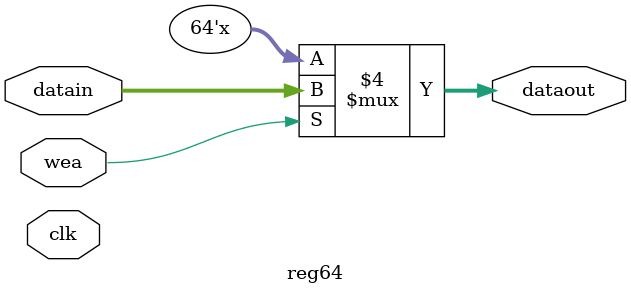
<source format=v>
`timescale 1ns / 1ps
module reg64(
    input [63:0] datain,
	 input wea,
    output reg [63:0] dataout,
    input clk
    );
	 
	 always @* begin
		if (wea == 1) begin
			dataout = datain;
		end
	 end


endmodule

</source>
